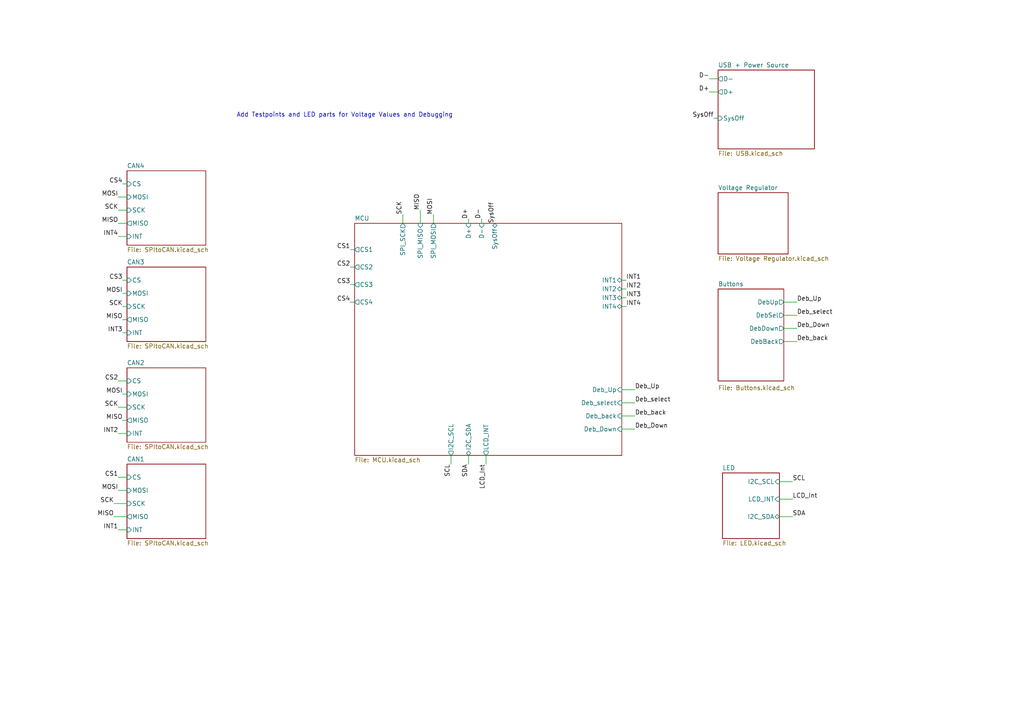
<source format=kicad_sch>
(kicad_sch (version 20230121) (generator eeschema)
  (paper "A4")
  (lib_symbols)
  (wire (pts (xy 35.56 92.71) (xy 36.83 92.71)))
  (wire (pts (xy 226.06 139.7) (xy 229.87 139.7)))
  (wire (pts (xy 180.34 83.82) (xy 181.61 83.82)))
  (wire (pts (xy 34.29 64.77) (xy 36.83 64.77)))
  (wire (pts (xy 33.02 149.86) (xy 36.83 149.86)))
  (wire (pts (xy 207.01 34.29) (xy 208.28 34.29)))
  (wire (pts (xy 35.56 96.52) (xy 36.83 96.52)))
  (wire (pts (xy 34.29 57.15) (xy 36.83 57.15)))
  (wire (pts (xy 226.06 149.86) (xy 229.87 149.86)))
  (wire (pts (xy 135.89 132.08) (xy 135.89 134.62)))
  (wire (pts (xy 125.73 62.23) (xy 125.73 64.77)))
  (wire (pts (xy 35.56 81.28) (xy 36.83 81.28)))
  (wire (pts (xy 180.34 116.84) (xy 184.15 116.84)))
  (wire (pts (xy 135.89 63.5) (xy 135.89 64.77)))
  (wire (pts (xy 116.84 62.23) (xy 116.84 64.77)))
  (wire (pts (xy 139.7 63.5) (xy 139.7 64.77)))
  (wire (pts (xy 34.29 118.11) (xy 36.83 118.11)))
  (wire (pts (xy 180.34 86.36) (xy 181.61 86.36)))
  (wire (pts (xy 35.56 121.92) (xy 36.83 121.92)))
  (wire (pts (xy 101.6 82.55) (xy 102.87 82.55)))
  (wire (pts (xy 180.34 120.65) (xy 184.15 120.65)))
  (wire (pts (xy 180.34 81.28) (xy 181.61 81.28)))
  (wire (pts (xy 227.33 99.06) (xy 231.14 99.06)))
  (wire (pts (xy 180.34 124.46) (xy 184.15 124.46)))
  (wire (pts (xy 205.74 26.67) (xy 208.28 26.67)))
  (wire (pts (xy 227.33 87.63) (xy 231.14 87.63)))
  (wire (pts (xy 101.6 72.39) (xy 102.87 72.39)))
  (wire (pts (xy 101.6 77.47) (xy 102.87 77.47)))
  (wire (pts (xy 34.29 68.58) (xy 36.83 68.58)))
  (wire (pts (xy 227.33 91.44) (xy 231.14 91.44)))
  (wire (pts (xy 34.29 60.96) (xy 36.83 60.96)))
  (wire (pts (xy 34.29 110.49) (xy 36.83 110.49)))
  (wire (pts (xy 35.56 53.34) (xy 36.83 53.34)))
  (wire (pts (xy 35.56 85.09) (xy 36.83 85.09)))
  (wire (pts (xy 140.97 132.08) (xy 140.97 134.62)))
  (wire (pts (xy 180.34 88.9) (xy 181.61 88.9)))
  (wire (pts (xy 101.6 87.63) (xy 102.87 87.63)))
  (wire (pts (xy 34.29 138.43) (xy 36.83 138.43)))
  (wire (pts (xy 35.56 114.3) (xy 36.83 114.3)))
  (wire (pts (xy 227.33 95.25) (xy 231.14 95.25)))
  (wire (pts (xy 121.92 60.96) (xy 121.92 64.77)))
  (wire (pts (xy 226.06 144.78) (xy 229.87 144.78)))
  (wire (pts (xy 34.29 153.67) (xy 36.83 153.67)))
  (wire (pts (xy 205.74 22.86) (xy 208.28 22.86)))
  (wire (pts (xy 34.29 142.24) (xy 36.83 142.24)))
  (wire (pts (xy 35.56 88.9) (xy 36.83 88.9)))
  (wire (pts (xy 34.29 125.73) (xy 36.83 125.73)))
  (wire (pts (xy 130.81 132.08) (xy 130.81 134.62)))
  (wire (pts (xy 180.34 113.03) (xy 184.15 113.03)))
  (wire (pts (xy 33.02 146.05) (xy 36.83 146.05)))
  (text "Add Testpoints and LED parts for Voltage Values and Debugging\n\n\n\n\n\n\n\n\n\n\n" (at 68.58 54.61 0) (effects (font (size 1.27 1.27)) (justify left bottom)))
  (label "SDA" (at 229.87 149.86 0))
  (label "Deb_back" (at 231.14 99.06 0))
  (label "MISO" (at 33.02 149.86 180))
  (label "INT3" (at 35.56 96.52 180))
  (label "SCL" (at 229.87 139.7 0))
  (label "MISO" (at 35.56 92.71 180))
  (label "MISO" (at 121.92 60.96 90))
  (label "INT2" (at 181.61 83.82 0))
  (label "INT1" (at 34.29 153.67 180))
  (label "MOSI" (at 125.73 62.23 90))
  (label "Deb_Down" (at 184.15 124.46 0))
  (label "SCK" (at 33.02 146.05 180))
  (label "INT4" (at 181.61 88.9 0))
  (label "CS4" (at 101.6 87.63 180))
  (label "MISO" (at 35.56 121.92 180))
  (label "INT3" (at 181.61 86.36 0))
  (label "Deb_Up" (at 231.14 87.63 0))
  (label "SysOff" (at 207.01 34.29 180))
  (label "INT2" (at 34.29 125.73 180))
  (label "LCD_Int" (at 140.97 134.62 270))
  (label "D-" (at 139.7 63.5 90))
  (label "CS2" (at 34.29 110.49 180))
  (label "INT4" (at 34.29 68.58 180))
  (label "SCL" (at 130.81 134.62 270))
  (label "LCD_Int" (at 229.87 144.78 0))
  (label "CS3" (at 101.6 82.55 180))
  (label "CS3" (at 35.56 81.28 180))
  (label "SCK" (at 116.84 62.23 90))
  (label "SDA" (at 135.89 134.62 270))
  (label "Deb_select" (at 231.14 91.44 0))
  (label "SCK" (at 35.56 88.9 180))
  (label "CS4" (at 35.56 53.34 180))
  (label "MISO" (at 34.29 64.77 180))
  (label "SysOff" (at 143.51 64.77 90))
  (label "CS1" (at 101.6 72.39 180))
  (label "D+" (at 135.89 63.5 90))
  (label "Deb_select" (at 184.15 116.84 0))
  (label "Deb_Up" (at 184.15 113.03 0))
  (label "Deb_back" (at 184.15 120.65 0))
  (label "MOSI" (at 35.56 85.09 180))
  (label "CS2" (at 101.6 77.47 180))
  (label "D+" (at 205.74 26.67 180))
  (label "CS1" (at 34.29 138.43 180))
  (label "Deb_Down" (at 231.14 95.25 0))
  (label "SCK" (at 34.29 118.11 180))
  (label "SCK" (at 34.29 60.96 180))
  (label "MOSI" (at 34.29 57.15 180))
  (label "D-" (at 205.74 22.86 180))
  (label "MOSI" (at 35.56 114.3 180))
  (label "MOSI" (at 34.29 142.24 180))
  (label "INT1" (at 181.61 81.28 0))
  (sheet (at 209.55 137.16) (size 16.51 19.05) (stroke (width 0.1524))
    (property "Sheetname" "LED" (at 209.55 136.4484 0) (effects (justify left bottom)))
    (property "Sheetfile" "LED.kicad_sch" (at 209.55 156.7946 0) (effects (justify left top)))
    (pin "I2C_SCL" input (at 226.06 139.7 0))
    (pin "LCD_INT" input (at 226.06 144.78 0))
    (pin "I2C_SDA" bidirectional (at 226.06 149.86 0))
  )
  (sheet (at 208.28 20.32) (size 27.94 22.86) (stroke (width 0.1524))
    (property "Sheetname" "USB + Power Source" (at 208.28 19.6084 0) (effects (justify left bottom)))
    (property "Sheetfile" "USB.kicad_sch" (at 208.28 43.7646 0) (effects (justify left top)))
    (pin "D-" output (at 208.28 22.86 180))
    (pin "D+" output (at 208.28 26.67 180))
    (pin "SysOff" input (at 208.28 34.29 180))
  )
  (sheet (at 208.28 55.88) (size 20.32 17.78) (stroke (width 0.1524))
    (property "Sheetname" "Voltage Regulator" (at 208.28 55.1684 0) (effects (justify left bottom)))
    (property "Sheetfile" "Voltage Regulator.kicad_sch" (at 208.28 74.2446 0) (effects (justify left top)))
  )
  (sheet (at 102.87 64.77) (size 77.47 67.31) (stroke (width 0.1524))
    (property "Sheetname" "MCU" (at 102.87 64.0584 0) (effects (justify left bottom)))
    (property "Sheetfile" "MCU.kicad_sch" (at 102.87 132.6646 0) (effects (justify left top)))
    (pin "SPI_SCK" output (at 116.84 64.77 90))
    (pin "SPI_MISO" input (at 121.92 64.77 90))
    (pin "D+" input (at 135.89 64.77 90))
    (pin "D-" input (at 139.7 64.77 90))
    (pin "SPI_MOSI" output (at 125.73 64.77 90))
    (pin "CS3" output (at 102.87 82.55 180))
    (pin "INT1" bidirectional (at 180.34 81.28 0))
    (pin "LCD_INT" output (at 140.97 132.08 270))
    (pin "I2C_SCL" output (at 130.81 132.08 270))
    (pin "I2C_SDA" bidirectional (at 135.89 132.08 270))
    (pin "Deb_Up" input (at 180.34 113.03 0))
    (pin "CS1" output (at 102.87 72.39 180))
    (pin "CS2" output (at 102.87 77.47 180))
    (pin "Deb_select" input (at 180.34 116.84 0))
    (pin "Deb_back" input (at 180.34 120.65 0))
    (pin "Deb_Down" input (at 180.34 124.46 0))
    (pin "INT3" bidirectional (at 180.34 86.36 0))
    (pin "INT2" bidirectional (at 180.34 83.82 0))
    (pin "INT4" bidirectional (at 180.34 88.9 0))
    (pin "SysOff" bidirectional (at 143.51 64.77 90))
    (pin "CS4" output (at 102.87 87.63 180))
  )
  (sheet (at 36.83 106.68) (size 22.86 21.59) (stroke (width 0.1524))
    (property "Sheetname" "CAN2" (at 36.83 105.9684 0) (effects (justify left bottom)))
    (property "Sheetfile" "SPItoCAN.kicad_sch" (at 36.83 128.8546 0) (effects (justify left top)))
    (pin "CS" input (at 36.83 110.49 180))
    (pin "MOSI" input (at 36.83 114.3 180))
    (pin "SCK" input (at 36.83 118.11 180))
    (pin "MISO" output (at 36.83 121.92 180))
    (pin "INT" input (at 36.83 125.73 180))
  )
  (sheet (at 208.28 83.82) (size 19.05 26.67) (stroke (width 0.1524))
    (property "Sheetname" "Buttons" (at 208.28 83.1084 0) (effects (justify left bottom)))
    (property "Sheetfile" "Buttons.kicad_sch" (at 208.28 111.76 0) (effects (justify left top)))
    (pin "DebDown" output (at 227.33 95.25 0))
    (pin "DebBack" output (at 227.33 99.06 0))
    (pin "DebSel" output (at 227.33 91.44 0))
    (pin "DebUp" output (at 227.33 87.63 0))
  )
  (sheet (at 36.83 77.47) (size 22.86 21.59) (stroke (width 0.1524))
    (property "Sheetname" "CAN3" (at 36.83 76.7584 0) (effects (justify left bottom)))
    (property "Sheetfile" "SPItoCAN.kicad_sch" (at 36.83 99.6446 0) (effects (justify left top)))
    (pin "CS" input (at 36.83 81.28 180))
    (pin "MOSI" input (at 36.83 85.09 180))
    (pin "SCK" input (at 36.83 88.9 180))
    (pin "MISO" output (at 36.83 92.71 180))
    (pin "INT" input (at 36.83 96.52 180))
  )
  (sheet (at 36.83 49.53) (size 22.86 21.59) (stroke (width 0.1524))
    (property "Sheetname" "CAN4" (at 36.83 48.8184 0) (effects (justify left bottom)))
    (property "Sheetfile" "SPItoCAN.kicad_sch" (at 36.83 71.7046 0) (effects (justify left top)))
    (pin "CS" input (at 36.83 53.34 180))
    (pin "MOSI" input (at 36.83 57.15 180))
    (pin "SCK" input (at 36.83 60.96 180))
    (pin "MISO" output (at 36.83 64.77 180))
    (pin "INT" input (at 36.83 68.58 180))
  )
  (sheet (at 36.83 134.62) (size 22.86 21.59) (stroke (width 0.1524))
    (property "Sheetname" "CAN1" (at 36.83 133.9084 0) (effects (justify left bottom)))
    (property "Sheetfile" "SPItoCAN.kicad_sch" (at 36.83 156.7946 0) (effects (justify left top)))
    (pin "CS" input (at 36.83 138.43 180))
    (pin "MOSI" input (at 36.83 142.24 180))
    (pin "SCK" input (at 36.83 146.05 180))
    (pin "MISO" output (at 36.83 149.86 180))
    (pin "INT" input (at 36.83 153.67 180))
  )
)
</source>
